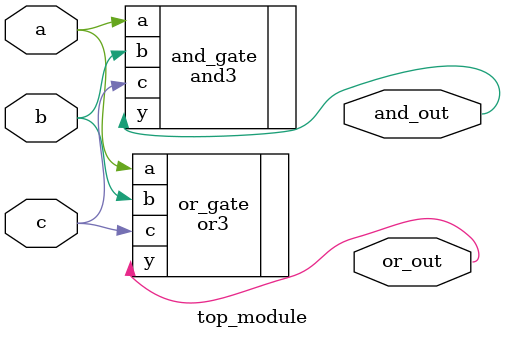
<source format=v>
module top_module (input wire a, input wire b, input wire c, 
                   output wire and_out, output wire or_out);

    // Instantiate the 3-input AND gate
    and3 and_gate (
        .a(a),
        .b(b),
        .c(c),
        .y(and_out)
    );

    // Instantiate the 3-input OR gate
    or3 or_gate (
        .a(a),
        .b(b),
        .c(c),
        .y(or_out)
    );

endmodule

</source>
